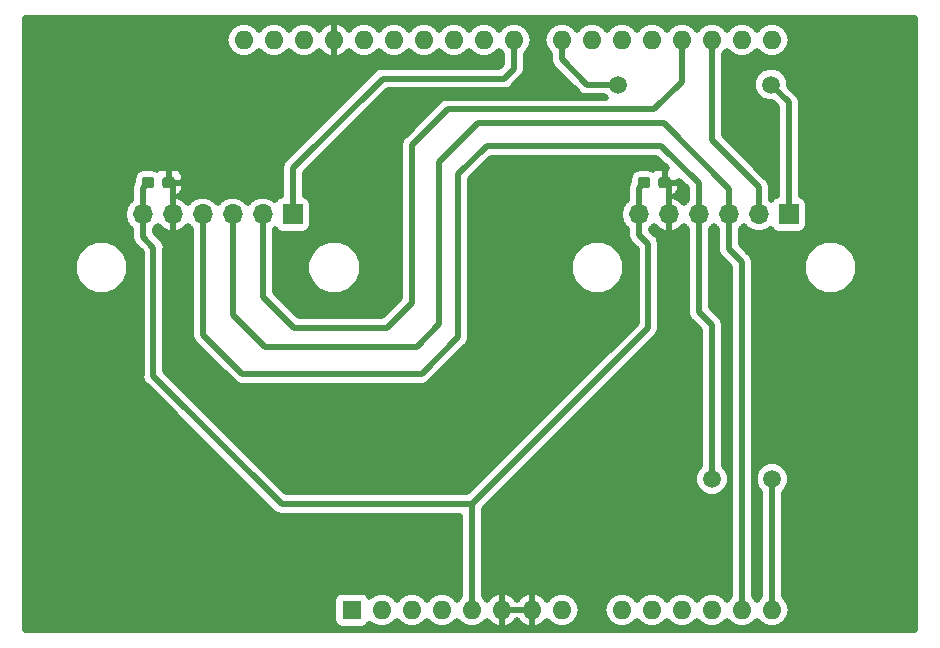
<source format=gbr>
%TF.GenerationSoftware,KiCad,Pcbnew,5.0.1-33cea8e~66~ubuntu18.04.1*%
%TF.CreationDate,2018-11-09T10:44:58+01:00*%
%TF.ProjectId,sensor_board,73656E736F725F626F6172642E6B6963,rev?*%
%TF.SameCoordinates,Original*%
%TF.FileFunction,Copper,L2,Bot,Signal*%
%TF.FilePolarity,Positive*%
%FSLAX46Y46*%
G04 Gerber Fmt 4.6, Leading zero omitted, Abs format (unit mm)*
G04 Created by KiCad (PCBNEW 5.0.1-33cea8e~66~ubuntu18.04.1) date Fri 09 Nov 2018 10:44:58 CET*
%MOMM*%
%LPD*%
G01*
G04 APERTURE LIST*
%ADD10O,1.600000X1.600000*%
%ADD11R,1.600000X1.600000*%
%ADD12R,1.700000X1.700000*%
%ADD13O,1.700000X1.700000*%
%ADD14C,0.100000*%
%ADD15C,0.950000*%
%ADD16C,1.500000*%
%ADD17C,0.500000*%
G04 APERTURE END LIST*
D10*
X130360000Y-68240000D03*
X132900000Y-68240000D03*
D11*
X139500000Y-116500000D03*
D10*
X169980000Y-68240000D03*
X142040000Y-116500000D03*
X167440000Y-68240000D03*
X144580000Y-116500000D03*
X164900000Y-68240000D03*
X147120000Y-116500000D03*
X162360000Y-68240000D03*
X149660000Y-116500000D03*
X159820000Y-68240000D03*
X152200000Y-116500000D03*
X157280000Y-68240000D03*
X154740000Y-116500000D03*
X153220000Y-68240000D03*
X157280000Y-116500000D03*
X150680000Y-68240000D03*
X162360000Y-116500000D03*
X148140000Y-68240000D03*
X164900000Y-116500000D03*
X145600000Y-68240000D03*
X167440000Y-116500000D03*
X143060000Y-68240000D03*
X169980000Y-116500000D03*
X140520000Y-68240000D03*
X172520000Y-116500000D03*
X137980000Y-68240000D03*
X175060000Y-116500000D03*
X135440000Y-68240000D03*
X175060000Y-68240000D03*
X172520000Y-68240000D03*
D12*
X176500000Y-83000000D03*
D13*
X173960000Y-83000000D03*
X171420000Y-83000000D03*
X168880000Y-83000000D03*
X166340000Y-83000000D03*
X163800000Y-83000000D03*
D14*
G36*
X122535779Y-79826144D02*
X122558834Y-79829563D01*
X122581443Y-79835227D01*
X122603387Y-79843079D01*
X122624457Y-79853044D01*
X122644448Y-79865026D01*
X122663168Y-79878910D01*
X122680438Y-79894562D01*
X122696090Y-79911832D01*
X122709974Y-79930552D01*
X122721956Y-79950543D01*
X122731921Y-79971613D01*
X122739773Y-79993557D01*
X122745437Y-80016166D01*
X122748856Y-80039221D01*
X122750000Y-80062500D01*
X122750000Y-80537500D01*
X122748856Y-80560779D01*
X122745437Y-80583834D01*
X122739773Y-80606443D01*
X122731921Y-80628387D01*
X122721956Y-80649457D01*
X122709974Y-80669448D01*
X122696090Y-80688168D01*
X122680438Y-80705438D01*
X122663168Y-80721090D01*
X122644448Y-80734974D01*
X122624457Y-80746956D01*
X122603387Y-80756921D01*
X122581443Y-80764773D01*
X122558834Y-80770437D01*
X122535779Y-80773856D01*
X122512500Y-80775000D01*
X121937500Y-80775000D01*
X121914221Y-80773856D01*
X121891166Y-80770437D01*
X121868557Y-80764773D01*
X121846613Y-80756921D01*
X121825543Y-80746956D01*
X121805552Y-80734974D01*
X121786832Y-80721090D01*
X121769562Y-80705438D01*
X121753910Y-80688168D01*
X121740026Y-80669448D01*
X121728044Y-80649457D01*
X121718079Y-80628387D01*
X121710227Y-80606443D01*
X121704563Y-80583834D01*
X121701144Y-80560779D01*
X121700000Y-80537500D01*
X121700000Y-80062500D01*
X121701144Y-80039221D01*
X121704563Y-80016166D01*
X121710227Y-79993557D01*
X121718079Y-79971613D01*
X121728044Y-79950543D01*
X121740026Y-79930552D01*
X121753910Y-79911832D01*
X121769562Y-79894562D01*
X121786832Y-79878910D01*
X121805552Y-79865026D01*
X121825543Y-79853044D01*
X121846613Y-79843079D01*
X121868557Y-79835227D01*
X121891166Y-79829563D01*
X121914221Y-79826144D01*
X121937500Y-79825000D01*
X122512500Y-79825000D01*
X122535779Y-79826144D01*
X122535779Y-79826144D01*
G37*
D15*
X122225000Y-80300000D03*
D14*
G36*
X124285779Y-79826144D02*
X124308834Y-79829563D01*
X124331443Y-79835227D01*
X124353387Y-79843079D01*
X124374457Y-79853044D01*
X124394448Y-79865026D01*
X124413168Y-79878910D01*
X124430438Y-79894562D01*
X124446090Y-79911832D01*
X124459974Y-79930552D01*
X124471956Y-79950543D01*
X124481921Y-79971613D01*
X124489773Y-79993557D01*
X124495437Y-80016166D01*
X124498856Y-80039221D01*
X124500000Y-80062500D01*
X124500000Y-80537500D01*
X124498856Y-80560779D01*
X124495437Y-80583834D01*
X124489773Y-80606443D01*
X124481921Y-80628387D01*
X124471956Y-80649457D01*
X124459974Y-80669448D01*
X124446090Y-80688168D01*
X124430438Y-80705438D01*
X124413168Y-80721090D01*
X124394448Y-80734974D01*
X124374457Y-80746956D01*
X124353387Y-80756921D01*
X124331443Y-80764773D01*
X124308834Y-80770437D01*
X124285779Y-80773856D01*
X124262500Y-80775000D01*
X123687500Y-80775000D01*
X123664221Y-80773856D01*
X123641166Y-80770437D01*
X123618557Y-80764773D01*
X123596613Y-80756921D01*
X123575543Y-80746956D01*
X123555552Y-80734974D01*
X123536832Y-80721090D01*
X123519562Y-80705438D01*
X123503910Y-80688168D01*
X123490026Y-80669448D01*
X123478044Y-80649457D01*
X123468079Y-80628387D01*
X123460227Y-80606443D01*
X123454563Y-80583834D01*
X123451144Y-80560779D01*
X123450000Y-80537500D01*
X123450000Y-80062500D01*
X123451144Y-80039221D01*
X123454563Y-80016166D01*
X123460227Y-79993557D01*
X123468079Y-79971613D01*
X123478044Y-79950543D01*
X123490026Y-79930552D01*
X123503910Y-79911832D01*
X123519562Y-79894562D01*
X123536832Y-79878910D01*
X123555552Y-79865026D01*
X123575543Y-79853044D01*
X123596613Y-79843079D01*
X123618557Y-79835227D01*
X123641166Y-79829563D01*
X123664221Y-79826144D01*
X123687500Y-79825000D01*
X124262500Y-79825000D01*
X124285779Y-79826144D01*
X124285779Y-79826144D01*
G37*
D15*
X123975000Y-80300000D03*
D14*
G36*
X166285779Y-79826144D02*
X166308834Y-79829563D01*
X166331443Y-79835227D01*
X166353387Y-79843079D01*
X166374457Y-79853044D01*
X166394448Y-79865026D01*
X166413168Y-79878910D01*
X166430438Y-79894562D01*
X166446090Y-79911832D01*
X166459974Y-79930552D01*
X166471956Y-79950543D01*
X166481921Y-79971613D01*
X166489773Y-79993557D01*
X166495437Y-80016166D01*
X166498856Y-80039221D01*
X166500000Y-80062500D01*
X166500000Y-80537500D01*
X166498856Y-80560779D01*
X166495437Y-80583834D01*
X166489773Y-80606443D01*
X166481921Y-80628387D01*
X166471956Y-80649457D01*
X166459974Y-80669448D01*
X166446090Y-80688168D01*
X166430438Y-80705438D01*
X166413168Y-80721090D01*
X166394448Y-80734974D01*
X166374457Y-80746956D01*
X166353387Y-80756921D01*
X166331443Y-80764773D01*
X166308834Y-80770437D01*
X166285779Y-80773856D01*
X166262500Y-80775000D01*
X165687500Y-80775000D01*
X165664221Y-80773856D01*
X165641166Y-80770437D01*
X165618557Y-80764773D01*
X165596613Y-80756921D01*
X165575543Y-80746956D01*
X165555552Y-80734974D01*
X165536832Y-80721090D01*
X165519562Y-80705438D01*
X165503910Y-80688168D01*
X165490026Y-80669448D01*
X165478044Y-80649457D01*
X165468079Y-80628387D01*
X165460227Y-80606443D01*
X165454563Y-80583834D01*
X165451144Y-80560779D01*
X165450000Y-80537500D01*
X165450000Y-80062500D01*
X165451144Y-80039221D01*
X165454563Y-80016166D01*
X165460227Y-79993557D01*
X165468079Y-79971613D01*
X165478044Y-79950543D01*
X165490026Y-79930552D01*
X165503910Y-79911832D01*
X165519562Y-79894562D01*
X165536832Y-79878910D01*
X165555552Y-79865026D01*
X165575543Y-79853044D01*
X165596613Y-79843079D01*
X165618557Y-79835227D01*
X165641166Y-79829563D01*
X165664221Y-79826144D01*
X165687500Y-79825000D01*
X166262500Y-79825000D01*
X166285779Y-79826144D01*
X166285779Y-79826144D01*
G37*
D15*
X165975000Y-80300000D03*
D14*
G36*
X164535779Y-79826144D02*
X164558834Y-79829563D01*
X164581443Y-79835227D01*
X164603387Y-79843079D01*
X164624457Y-79853044D01*
X164644448Y-79865026D01*
X164663168Y-79878910D01*
X164680438Y-79894562D01*
X164696090Y-79911832D01*
X164709974Y-79930552D01*
X164721956Y-79950543D01*
X164731921Y-79971613D01*
X164739773Y-79993557D01*
X164745437Y-80016166D01*
X164748856Y-80039221D01*
X164750000Y-80062500D01*
X164750000Y-80537500D01*
X164748856Y-80560779D01*
X164745437Y-80583834D01*
X164739773Y-80606443D01*
X164731921Y-80628387D01*
X164721956Y-80649457D01*
X164709974Y-80669448D01*
X164696090Y-80688168D01*
X164680438Y-80705438D01*
X164663168Y-80721090D01*
X164644448Y-80734974D01*
X164624457Y-80746956D01*
X164603387Y-80756921D01*
X164581443Y-80764773D01*
X164558834Y-80770437D01*
X164535779Y-80773856D01*
X164512500Y-80775000D01*
X163937500Y-80775000D01*
X163914221Y-80773856D01*
X163891166Y-80770437D01*
X163868557Y-80764773D01*
X163846613Y-80756921D01*
X163825543Y-80746956D01*
X163805552Y-80734974D01*
X163786832Y-80721090D01*
X163769562Y-80705438D01*
X163753910Y-80688168D01*
X163740026Y-80669448D01*
X163728044Y-80649457D01*
X163718079Y-80628387D01*
X163710227Y-80606443D01*
X163704563Y-80583834D01*
X163701144Y-80560779D01*
X163700000Y-80537500D01*
X163700000Y-80062500D01*
X163701144Y-80039221D01*
X163704563Y-80016166D01*
X163710227Y-79993557D01*
X163718079Y-79971613D01*
X163728044Y-79950543D01*
X163740026Y-79930552D01*
X163753910Y-79911832D01*
X163769562Y-79894562D01*
X163786832Y-79878910D01*
X163805552Y-79865026D01*
X163825543Y-79853044D01*
X163846613Y-79843079D01*
X163868557Y-79835227D01*
X163891166Y-79829563D01*
X163914221Y-79826144D01*
X163937500Y-79825000D01*
X164512500Y-79825000D01*
X164535779Y-79826144D01*
X164535779Y-79826144D01*
G37*
D15*
X164225000Y-80300000D03*
D13*
X121800000Y-83000000D03*
X124340000Y-83000000D03*
X126880000Y-83000000D03*
X129420000Y-83000000D03*
X131960000Y-83000000D03*
D12*
X134500000Y-83000000D03*
D16*
X175000000Y-72000000D03*
X162000000Y-72000000D03*
X175100000Y-105400000D03*
X170000000Y-105400000D03*
D17*
X169980000Y-76680000D02*
X169980000Y-68240000D01*
X173960000Y-83000000D02*
X173960000Y-80660000D01*
X173960000Y-80660000D02*
X169980000Y-76680000D01*
X131960000Y-83000000D02*
X131960000Y-89960000D01*
X131960000Y-89960000D02*
X134600000Y-92600000D01*
X134600000Y-92600000D02*
X142500000Y-92600000D01*
X142500000Y-92600000D02*
X144600000Y-90500000D01*
X144600000Y-90500000D02*
X144600000Y-77100000D01*
X144600000Y-77100000D02*
X147600000Y-74100000D01*
X147600000Y-74100000D02*
X165100000Y-74100000D01*
X167440000Y-71760000D02*
X167440000Y-68240000D01*
X165100000Y-74100000D02*
X167440000Y-71760000D01*
X163800000Y-80725000D02*
X164225000Y-80300000D01*
X163800000Y-83000000D02*
X163800000Y-80725000D01*
X121800000Y-80725000D02*
X122225000Y-80300000D01*
X121800000Y-83000000D02*
X121800000Y-80725000D01*
X163800000Y-83000000D02*
X163800000Y-84700000D01*
X164600000Y-85500000D02*
X164600000Y-92600000D01*
X163800000Y-84700000D02*
X164600000Y-85500000D01*
X149660000Y-107540000D02*
X154300000Y-102900000D01*
X154000000Y-103200000D02*
X154300000Y-102900000D01*
X149660000Y-116500000D02*
X149660000Y-107540000D01*
X154300000Y-102900000D02*
X164600000Y-92600000D01*
X121800000Y-83000000D02*
X121800000Y-84900000D01*
X121800000Y-84900000D02*
X122700000Y-85800000D01*
X122700000Y-85800000D02*
X122700000Y-96700000D01*
X133540000Y-107540000D02*
X149660000Y-107540000D01*
X122700000Y-96700000D02*
X133540000Y-107540000D01*
X166340000Y-80665000D02*
X165975000Y-80300000D01*
X166340000Y-83000000D02*
X166340000Y-80665000D01*
X124340000Y-80665000D02*
X123975000Y-80300000D01*
X124340000Y-83000000D02*
X124340000Y-80665000D01*
X154740000Y-108060000D02*
X154740000Y-116500000D01*
X166340000Y-83000000D02*
X166340000Y-96460000D01*
X166340000Y-96460000D02*
X154740000Y-108060000D01*
X152200000Y-110600000D02*
X154740000Y-108060000D01*
X152200000Y-116500000D02*
X152200000Y-110600000D01*
X137980000Y-71220000D02*
X137980000Y-68240000D01*
X123975000Y-80300000D02*
X128900000Y-80300000D01*
X128900000Y-80300000D02*
X137980000Y-71220000D01*
X176500000Y-83000000D02*
X176500000Y-73500000D01*
X176500000Y-73500000D02*
X175000000Y-72000000D01*
X157280000Y-69880000D02*
X157280000Y-68240000D01*
X159400000Y-72000000D02*
X157280000Y-69880000D01*
X159400000Y-72000000D02*
X162000000Y-72000000D01*
X152400000Y-71500000D02*
X153220000Y-70680000D01*
X153220000Y-70680000D02*
X153220000Y-68240000D01*
X142100000Y-71500000D02*
X152400000Y-71500000D01*
X134500000Y-79100000D02*
X142100000Y-71500000D01*
X134500000Y-83000000D02*
X134500000Y-79100000D01*
X172520000Y-116500000D02*
X172520000Y-87020000D01*
X171420000Y-85920000D02*
X171420000Y-83000000D01*
X172520000Y-87020000D02*
X171420000Y-85920000D01*
X129420000Y-91520000D02*
X129420000Y-83000000D01*
X132100000Y-94200000D02*
X129420000Y-91520000D01*
X145000000Y-94200000D02*
X132100000Y-94200000D01*
X171420000Y-83000000D02*
X171420000Y-80820000D01*
X171420000Y-80820000D02*
X165900000Y-75300000D01*
X165900000Y-75300000D02*
X150200000Y-75300000D01*
X150200000Y-75300000D02*
X146900000Y-78600000D01*
X146900000Y-78600000D02*
X146900000Y-92300000D01*
X146900000Y-92300000D02*
X145000000Y-94200000D01*
X175060000Y-116500000D02*
X175060000Y-105440000D01*
X175060000Y-105440000D02*
X175100000Y-105400000D01*
X168880000Y-91280000D02*
X168880000Y-83000000D01*
X170000000Y-92400000D02*
X168880000Y-91280000D01*
X170000000Y-105400000D02*
X170000000Y-94400000D01*
X170000000Y-94400000D02*
X170000000Y-92400000D01*
X168880000Y-80380000D02*
X168880000Y-83000000D01*
X165700000Y-77200000D02*
X168880000Y-80380000D01*
X150900000Y-77200000D02*
X165700000Y-77200000D01*
X126880000Y-93180000D02*
X130200000Y-96500000D01*
X148500000Y-79600000D02*
X150900000Y-77200000D01*
X130200000Y-96500000D02*
X145400000Y-96500000D01*
X148500000Y-93400000D02*
X148500000Y-79600000D01*
X126880000Y-83000000D02*
X126880000Y-93180000D01*
X145400000Y-96500000D02*
X148500000Y-93400000D01*
G36*
X187150000Y-118150000D02*
X111850000Y-118150000D01*
X111850000Y-87032556D01*
X115950000Y-87032556D01*
X115950000Y-87967444D01*
X116307766Y-88831168D01*
X116968832Y-89492234D01*
X117832556Y-89850000D01*
X118767444Y-89850000D01*
X119631168Y-89492234D01*
X120292234Y-88831168D01*
X120650000Y-87967444D01*
X120650000Y-87032556D01*
X120292234Y-86168832D01*
X119631168Y-85507766D01*
X118767444Y-85150000D01*
X117832556Y-85150000D01*
X116968832Y-85507766D01*
X116307766Y-86168832D01*
X115950000Y-87032556D01*
X111850000Y-87032556D01*
X111850000Y-83000000D01*
X120168655Y-83000000D01*
X120292834Y-83624289D01*
X120646465Y-84153535D01*
X120800001Y-84256124D01*
X120800001Y-84801505D01*
X120780409Y-84900000D01*
X120858021Y-85290180D01*
X120858022Y-85290181D01*
X121079041Y-85620960D01*
X121162540Y-85676752D01*
X121700000Y-86214213D01*
X121700001Y-96601505D01*
X121680409Y-96700000D01*
X121758021Y-97090180D01*
X121758022Y-97090181D01*
X121979041Y-97420960D01*
X122062540Y-97476752D01*
X132763248Y-108177461D01*
X132819040Y-108260960D01*
X133149819Y-108481979D01*
X133539999Y-108559591D01*
X133638489Y-108540000D01*
X148660001Y-108540000D01*
X148660000Y-115304009D01*
X148542512Y-115382512D01*
X148390000Y-115610763D01*
X148237488Y-115382512D01*
X147724780Y-115039932D01*
X147272660Y-114950000D01*
X146967340Y-114950000D01*
X146515220Y-115039932D01*
X146002512Y-115382512D01*
X145850000Y-115610763D01*
X145697488Y-115382512D01*
X145184780Y-115039932D01*
X144732660Y-114950000D01*
X144427340Y-114950000D01*
X143975220Y-115039932D01*
X143462512Y-115382512D01*
X143310000Y-115610763D01*
X143157488Y-115382512D01*
X142644780Y-115039932D01*
X142192660Y-114950000D01*
X141887340Y-114950000D01*
X141435220Y-115039932D01*
X140969085Y-115351393D01*
X140840720Y-115159280D01*
X140592635Y-114993516D01*
X140300000Y-114935307D01*
X138700000Y-114935307D01*
X138407365Y-114993516D01*
X138159280Y-115159280D01*
X137993516Y-115407365D01*
X137935307Y-115700000D01*
X137935307Y-117300000D01*
X137993516Y-117592635D01*
X138159280Y-117840720D01*
X138407365Y-118006484D01*
X138700000Y-118064693D01*
X140300000Y-118064693D01*
X140592635Y-118006484D01*
X140840720Y-117840720D01*
X140969085Y-117648607D01*
X141435220Y-117960068D01*
X141887340Y-118050000D01*
X142192660Y-118050000D01*
X142644780Y-117960068D01*
X143157488Y-117617488D01*
X143310000Y-117389237D01*
X143462512Y-117617488D01*
X143975220Y-117960068D01*
X144427340Y-118050000D01*
X144732660Y-118050000D01*
X145184780Y-117960068D01*
X145697488Y-117617488D01*
X145850000Y-117389237D01*
X146002512Y-117617488D01*
X146515220Y-117960068D01*
X146967340Y-118050000D01*
X147272660Y-118050000D01*
X147724780Y-117960068D01*
X148237488Y-117617488D01*
X148390000Y-117389237D01*
X148542512Y-117617488D01*
X149055220Y-117960068D01*
X149507340Y-118050000D01*
X149812660Y-118050000D01*
X150264780Y-117960068D01*
X150777488Y-117617488D01*
X150934339Y-117382743D01*
X151287470Y-117762796D01*
X151840183Y-118015881D01*
X151952325Y-118038188D01*
X152196000Y-117868494D01*
X152196000Y-116504000D01*
X152204000Y-116504000D01*
X152204000Y-117868494D01*
X152447675Y-118038188D01*
X152559817Y-118015881D01*
X153112530Y-117762796D01*
X153470000Y-117378074D01*
X153827470Y-117762796D01*
X154380183Y-118015881D01*
X154492325Y-118038188D01*
X154736000Y-117868494D01*
X154736000Y-116504000D01*
X152204000Y-116504000D01*
X152196000Y-116504000D01*
X152176000Y-116504000D01*
X152176000Y-116496000D01*
X152196000Y-116496000D01*
X152196000Y-115131506D01*
X152204000Y-115131506D01*
X152204000Y-116496000D01*
X154736000Y-116496000D01*
X154736000Y-115131506D01*
X154744000Y-115131506D01*
X154744000Y-116496000D01*
X154764000Y-116496000D01*
X154764000Y-116504000D01*
X154744000Y-116504000D01*
X154744000Y-117868494D01*
X154987675Y-118038188D01*
X155099817Y-118015881D01*
X155652530Y-117762796D01*
X156005661Y-117382743D01*
X156162512Y-117617488D01*
X156675220Y-117960068D01*
X157127340Y-118050000D01*
X157432660Y-118050000D01*
X157884780Y-117960068D01*
X158397488Y-117617488D01*
X158740068Y-117104780D01*
X158860366Y-116500000D01*
X158740068Y-115895220D01*
X158397488Y-115382512D01*
X157884780Y-115039932D01*
X157432660Y-114950000D01*
X157127340Y-114950000D01*
X156675220Y-115039932D01*
X156162512Y-115382512D01*
X156005661Y-115617257D01*
X155652530Y-115237204D01*
X155099817Y-114984119D01*
X154987675Y-114961812D01*
X154744000Y-115131506D01*
X154736000Y-115131506D01*
X154492325Y-114961812D01*
X154380183Y-114984119D01*
X153827470Y-115237204D01*
X153470000Y-115621926D01*
X153112530Y-115237204D01*
X152559817Y-114984119D01*
X152447675Y-114961812D01*
X152204000Y-115131506D01*
X152196000Y-115131506D01*
X151952325Y-114961812D01*
X151840183Y-114984119D01*
X151287470Y-115237204D01*
X150934339Y-115617257D01*
X150777488Y-115382512D01*
X150660000Y-115304009D01*
X150660000Y-107954212D01*
X155076749Y-103537464D01*
X155076751Y-103537461D01*
X165237461Y-93376752D01*
X165320960Y-93320960D01*
X165541979Y-92990181D01*
X165600000Y-92698490D01*
X165619591Y-92600000D01*
X165600000Y-92501510D01*
X165600000Y-85598490D01*
X165619591Y-85500000D01*
X165541979Y-85109819D01*
X165467591Y-84998490D01*
X165320960Y-84779040D01*
X165237461Y-84723248D01*
X164800000Y-84285788D01*
X164800000Y-84256124D01*
X164953535Y-84153535D01*
X165081323Y-83962286D01*
X165398081Y-84303247D01*
X165968511Y-84564500D01*
X166084503Y-84587572D01*
X166336000Y-84418494D01*
X166336000Y-83004000D01*
X166316000Y-83004000D01*
X166316000Y-82996000D01*
X166336000Y-82996000D01*
X166336000Y-82976000D01*
X166344000Y-82976000D01*
X166344000Y-82996000D01*
X166364000Y-82996000D01*
X166364000Y-83004000D01*
X166344000Y-83004000D01*
X166344000Y-84418494D01*
X166595497Y-84587572D01*
X166711489Y-84564500D01*
X167281919Y-84303247D01*
X167598677Y-83962286D01*
X167726465Y-84153535D01*
X167880001Y-84256124D01*
X167880000Y-91181510D01*
X167860409Y-91280000D01*
X167880000Y-91378489D01*
X167938021Y-91670180D01*
X168159040Y-92000960D01*
X168242542Y-92056754D01*
X169000001Y-92814213D01*
X169000000Y-94498489D01*
X169000001Y-94498494D01*
X169000000Y-104278679D01*
X168728361Y-104550318D01*
X168500000Y-105101631D01*
X168500000Y-105698369D01*
X168728361Y-106249682D01*
X169150318Y-106671639D01*
X169701631Y-106900000D01*
X170298369Y-106900000D01*
X170849682Y-106671639D01*
X171271639Y-106249682D01*
X171500000Y-105698369D01*
X171500000Y-105101631D01*
X171271639Y-104550318D01*
X171000000Y-104278679D01*
X171000000Y-92498489D01*
X171019591Y-92399999D01*
X170941979Y-92009819D01*
X170910386Y-91962537D01*
X170720960Y-91679040D01*
X170637460Y-91623247D01*
X169880000Y-90865788D01*
X169880000Y-84256124D01*
X170033535Y-84153535D01*
X170150000Y-83979233D01*
X170266465Y-84153535D01*
X170420001Y-84256124D01*
X170420000Y-85821510D01*
X170400409Y-85920000D01*
X170449905Y-86168832D01*
X170478021Y-86310180D01*
X170699040Y-86640960D01*
X170782542Y-86696754D01*
X171520001Y-87434214D01*
X171520000Y-115304009D01*
X171402512Y-115382512D01*
X171250000Y-115610763D01*
X171097488Y-115382512D01*
X170584780Y-115039932D01*
X170132660Y-114950000D01*
X169827340Y-114950000D01*
X169375220Y-115039932D01*
X168862512Y-115382512D01*
X168710000Y-115610763D01*
X168557488Y-115382512D01*
X168044780Y-115039932D01*
X167592660Y-114950000D01*
X167287340Y-114950000D01*
X166835220Y-115039932D01*
X166322512Y-115382512D01*
X166170000Y-115610763D01*
X166017488Y-115382512D01*
X165504780Y-115039932D01*
X165052660Y-114950000D01*
X164747340Y-114950000D01*
X164295220Y-115039932D01*
X163782512Y-115382512D01*
X163630000Y-115610763D01*
X163477488Y-115382512D01*
X162964780Y-115039932D01*
X162512660Y-114950000D01*
X162207340Y-114950000D01*
X161755220Y-115039932D01*
X161242512Y-115382512D01*
X160899932Y-115895220D01*
X160779634Y-116500000D01*
X160899932Y-117104780D01*
X161242512Y-117617488D01*
X161755220Y-117960068D01*
X162207340Y-118050000D01*
X162512660Y-118050000D01*
X162964780Y-117960068D01*
X163477488Y-117617488D01*
X163630000Y-117389237D01*
X163782512Y-117617488D01*
X164295220Y-117960068D01*
X164747340Y-118050000D01*
X165052660Y-118050000D01*
X165504780Y-117960068D01*
X166017488Y-117617488D01*
X166170000Y-117389237D01*
X166322512Y-117617488D01*
X166835220Y-117960068D01*
X167287340Y-118050000D01*
X167592660Y-118050000D01*
X168044780Y-117960068D01*
X168557488Y-117617488D01*
X168710000Y-117389237D01*
X168862512Y-117617488D01*
X169375220Y-117960068D01*
X169827340Y-118050000D01*
X170132660Y-118050000D01*
X170584780Y-117960068D01*
X171097488Y-117617488D01*
X171250000Y-117389237D01*
X171402512Y-117617488D01*
X171915220Y-117960068D01*
X172367340Y-118050000D01*
X172672660Y-118050000D01*
X173124780Y-117960068D01*
X173637488Y-117617488D01*
X173790000Y-117389237D01*
X173942512Y-117617488D01*
X174455220Y-117960068D01*
X174907340Y-118050000D01*
X175212660Y-118050000D01*
X175664780Y-117960068D01*
X176177488Y-117617488D01*
X176520068Y-117104780D01*
X176640366Y-116500000D01*
X176520068Y-115895220D01*
X176177488Y-115382512D01*
X176060000Y-115304009D01*
X176060000Y-106561321D01*
X176371639Y-106249682D01*
X176600000Y-105698369D01*
X176600000Y-105101631D01*
X176371639Y-104550318D01*
X175949682Y-104128361D01*
X175398369Y-103900000D01*
X174801631Y-103900000D01*
X174250318Y-104128361D01*
X173828361Y-104550318D01*
X173600000Y-105101631D01*
X173600000Y-105698369D01*
X173828361Y-106249682D01*
X174060001Y-106481322D01*
X174060000Y-115304009D01*
X173942512Y-115382512D01*
X173790000Y-115610763D01*
X173637488Y-115382512D01*
X173520000Y-115304009D01*
X173520000Y-87118490D01*
X173537093Y-87032556D01*
X177650000Y-87032556D01*
X177650000Y-87967444D01*
X178007766Y-88831168D01*
X178668832Y-89492234D01*
X179532556Y-89850000D01*
X180467444Y-89850000D01*
X181331168Y-89492234D01*
X181992234Y-88831168D01*
X182350000Y-87967444D01*
X182350000Y-87032556D01*
X181992234Y-86168832D01*
X181331168Y-85507766D01*
X180467444Y-85150000D01*
X179532556Y-85150000D01*
X178668832Y-85507766D01*
X178007766Y-86168832D01*
X177650000Y-87032556D01*
X173537093Y-87032556D01*
X173539591Y-87020000D01*
X173461979Y-86629819D01*
X173388327Y-86519591D01*
X173240960Y-86299040D01*
X173157460Y-86243247D01*
X172420000Y-85505788D01*
X172420000Y-84256124D01*
X172573535Y-84153535D01*
X172690000Y-83979233D01*
X172806465Y-84153535D01*
X173335711Y-84507166D01*
X173802418Y-84600000D01*
X174117582Y-84600000D01*
X174584289Y-84507166D01*
X175001029Y-84228709D01*
X175109280Y-84390720D01*
X175357365Y-84556484D01*
X175650000Y-84614693D01*
X177350000Y-84614693D01*
X177642635Y-84556484D01*
X177890720Y-84390720D01*
X178056484Y-84142635D01*
X178114693Y-83850000D01*
X178114693Y-82150000D01*
X178056484Y-81857365D01*
X177890720Y-81609280D01*
X177642635Y-81443516D01*
X177500000Y-81415144D01*
X177500000Y-73598489D01*
X177519591Y-73499999D01*
X177441979Y-73109819D01*
X177276749Y-72862535D01*
X177220960Y-72779040D01*
X177137463Y-72723249D01*
X176500000Y-72085787D01*
X176500000Y-71701631D01*
X176271639Y-71150318D01*
X175849682Y-70728361D01*
X175298369Y-70500000D01*
X174701631Y-70500000D01*
X174150318Y-70728361D01*
X173728361Y-71150318D01*
X173500000Y-71701631D01*
X173500000Y-72298369D01*
X173728361Y-72849682D01*
X174150318Y-73271639D01*
X174701631Y-73500000D01*
X175085787Y-73500000D01*
X175500001Y-73914215D01*
X175500000Y-81415144D01*
X175357365Y-81443516D01*
X175109280Y-81609280D01*
X175001029Y-81771291D01*
X174960000Y-81743876D01*
X174960000Y-80758490D01*
X174979591Y-80660000D01*
X174901979Y-80269819D01*
X174843658Y-80182536D01*
X174680960Y-79939040D01*
X174597461Y-79883248D01*
X170980000Y-76265788D01*
X170980000Y-69435991D01*
X171097488Y-69357488D01*
X171250000Y-69129237D01*
X171402512Y-69357488D01*
X171915220Y-69700068D01*
X172367340Y-69790000D01*
X172672660Y-69790000D01*
X173124780Y-69700068D01*
X173637488Y-69357488D01*
X173790000Y-69129237D01*
X173942512Y-69357488D01*
X174455220Y-69700068D01*
X174907340Y-69790000D01*
X175212660Y-69790000D01*
X175664780Y-69700068D01*
X176177488Y-69357488D01*
X176520068Y-68844780D01*
X176640366Y-68240000D01*
X176520068Y-67635220D01*
X176177488Y-67122512D01*
X175664780Y-66779932D01*
X175212660Y-66690000D01*
X174907340Y-66690000D01*
X174455220Y-66779932D01*
X173942512Y-67122512D01*
X173790000Y-67350763D01*
X173637488Y-67122512D01*
X173124780Y-66779932D01*
X172672660Y-66690000D01*
X172367340Y-66690000D01*
X171915220Y-66779932D01*
X171402512Y-67122512D01*
X171250000Y-67350763D01*
X171097488Y-67122512D01*
X170584780Y-66779932D01*
X170132660Y-66690000D01*
X169827340Y-66690000D01*
X169375220Y-66779932D01*
X168862512Y-67122512D01*
X168710000Y-67350763D01*
X168557488Y-67122512D01*
X168044780Y-66779932D01*
X167592660Y-66690000D01*
X167287340Y-66690000D01*
X166835220Y-66779932D01*
X166322512Y-67122512D01*
X166170000Y-67350763D01*
X166017488Y-67122512D01*
X165504780Y-66779932D01*
X165052660Y-66690000D01*
X164747340Y-66690000D01*
X164295220Y-66779932D01*
X163782512Y-67122512D01*
X163630000Y-67350763D01*
X163477488Y-67122512D01*
X162964780Y-66779932D01*
X162512660Y-66690000D01*
X162207340Y-66690000D01*
X161755220Y-66779932D01*
X161242512Y-67122512D01*
X161090000Y-67350763D01*
X160937488Y-67122512D01*
X160424780Y-66779932D01*
X159972660Y-66690000D01*
X159667340Y-66690000D01*
X159215220Y-66779932D01*
X158702512Y-67122512D01*
X158550000Y-67350763D01*
X158397488Y-67122512D01*
X157884780Y-66779932D01*
X157432660Y-66690000D01*
X157127340Y-66690000D01*
X156675220Y-66779932D01*
X156162512Y-67122512D01*
X155819932Y-67635220D01*
X155699634Y-68240000D01*
X155819932Y-68844780D01*
X156162512Y-69357488D01*
X156280000Y-69435991D01*
X156280000Y-69781509D01*
X156260409Y-69880000D01*
X156280000Y-69978489D01*
X156338021Y-70270180D01*
X156559040Y-70600960D01*
X156642542Y-70656754D01*
X158623247Y-72637460D01*
X158679040Y-72720960D01*
X159009819Y-72941979D01*
X159301510Y-73000000D01*
X159400000Y-73019591D01*
X159498490Y-73000000D01*
X160878679Y-73000000D01*
X160978679Y-73100000D01*
X147698490Y-73100000D01*
X147600000Y-73080409D01*
X147501510Y-73100000D01*
X147209819Y-73158021D01*
X146879040Y-73379040D01*
X146823248Y-73462540D01*
X143962540Y-76323248D01*
X143879041Y-76379040D01*
X143812223Y-76479041D01*
X143658021Y-76709820D01*
X143580409Y-77100000D01*
X143600001Y-77198495D01*
X143600000Y-90085786D01*
X142085788Y-91600000D01*
X135014213Y-91600000D01*
X132960000Y-89545788D01*
X132960000Y-87032556D01*
X135650000Y-87032556D01*
X135650000Y-87967444D01*
X136007766Y-88831168D01*
X136668832Y-89492234D01*
X137532556Y-89850000D01*
X138467444Y-89850000D01*
X139331168Y-89492234D01*
X139992234Y-88831168D01*
X140350000Y-87967444D01*
X140350000Y-87032556D01*
X139992234Y-86168832D01*
X139331168Y-85507766D01*
X138467444Y-85150000D01*
X137532556Y-85150000D01*
X136668832Y-85507766D01*
X136007766Y-86168832D01*
X135650000Y-87032556D01*
X132960000Y-87032556D01*
X132960000Y-84256124D01*
X133001029Y-84228709D01*
X133109280Y-84390720D01*
X133357365Y-84556484D01*
X133650000Y-84614693D01*
X135350000Y-84614693D01*
X135642635Y-84556484D01*
X135890720Y-84390720D01*
X136056484Y-84142635D01*
X136114693Y-83850000D01*
X136114693Y-82150000D01*
X136056484Y-81857365D01*
X135890720Y-81609280D01*
X135642635Y-81443516D01*
X135500000Y-81415144D01*
X135500000Y-79514212D01*
X142514213Y-72500000D01*
X152301510Y-72500000D01*
X152400000Y-72519591D01*
X152498490Y-72500000D01*
X152790181Y-72441979D01*
X153120960Y-72220960D01*
X153176754Y-72137458D01*
X153857461Y-71456752D01*
X153940960Y-71400960D01*
X154161979Y-71070181D01*
X154175939Y-71000000D01*
X154239591Y-70680001D01*
X154220000Y-70581511D01*
X154220000Y-69435991D01*
X154337488Y-69357488D01*
X154680068Y-68844780D01*
X154800366Y-68240000D01*
X154680068Y-67635220D01*
X154337488Y-67122512D01*
X153824780Y-66779932D01*
X153372660Y-66690000D01*
X153067340Y-66690000D01*
X152615220Y-66779932D01*
X152102512Y-67122512D01*
X151950000Y-67350763D01*
X151797488Y-67122512D01*
X151284780Y-66779932D01*
X150832660Y-66690000D01*
X150527340Y-66690000D01*
X150075220Y-66779932D01*
X149562512Y-67122512D01*
X149410000Y-67350763D01*
X149257488Y-67122512D01*
X148744780Y-66779932D01*
X148292660Y-66690000D01*
X147987340Y-66690000D01*
X147535220Y-66779932D01*
X147022512Y-67122512D01*
X146870000Y-67350763D01*
X146717488Y-67122512D01*
X146204780Y-66779932D01*
X145752660Y-66690000D01*
X145447340Y-66690000D01*
X144995220Y-66779932D01*
X144482512Y-67122512D01*
X144330000Y-67350763D01*
X144177488Y-67122512D01*
X143664780Y-66779932D01*
X143212660Y-66690000D01*
X142907340Y-66690000D01*
X142455220Y-66779932D01*
X141942512Y-67122512D01*
X141790000Y-67350763D01*
X141637488Y-67122512D01*
X141124780Y-66779932D01*
X140672660Y-66690000D01*
X140367340Y-66690000D01*
X139915220Y-66779932D01*
X139402512Y-67122512D01*
X139245661Y-67357257D01*
X138892530Y-66977204D01*
X138339817Y-66724119D01*
X138227675Y-66701812D01*
X137984000Y-66871506D01*
X137984000Y-68236000D01*
X138004000Y-68236000D01*
X138004000Y-68244000D01*
X137984000Y-68244000D01*
X137984000Y-69608494D01*
X138227675Y-69778188D01*
X138339817Y-69755881D01*
X138892530Y-69502796D01*
X139245661Y-69122743D01*
X139402512Y-69357488D01*
X139915220Y-69700068D01*
X140367340Y-69790000D01*
X140672660Y-69790000D01*
X141124780Y-69700068D01*
X141637488Y-69357488D01*
X141790000Y-69129237D01*
X141942512Y-69357488D01*
X142455220Y-69700068D01*
X142907340Y-69790000D01*
X143212660Y-69790000D01*
X143664780Y-69700068D01*
X144177488Y-69357488D01*
X144330000Y-69129237D01*
X144482512Y-69357488D01*
X144995220Y-69700068D01*
X145447340Y-69790000D01*
X145752660Y-69790000D01*
X146204780Y-69700068D01*
X146717488Y-69357488D01*
X146870000Y-69129237D01*
X147022512Y-69357488D01*
X147535220Y-69700068D01*
X147987340Y-69790000D01*
X148292660Y-69790000D01*
X148744780Y-69700068D01*
X149257488Y-69357488D01*
X149410000Y-69129237D01*
X149562512Y-69357488D01*
X150075220Y-69700068D01*
X150527340Y-69790000D01*
X150832660Y-69790000D01*
X151284780Y-69700068D01*
X151797488Y-69357488D01*
X151950000Y-69129237D01*
X152102512Y-69357488D01*
X152220001Y-69435991D01*
X152220000Y-70265787D01*
X151985788Y-70500000D01*
X142198489Y-70500000D01*
X142099999Y-70480409D01*
X141709819Y-70558021D01*
X141379040Y-70779040D01*
X141323248Y-70862539D01*
X133862540Y-78323248D01*
X133779041Y-78379040D01*
X133697209Y-78501511D01*
X133558021Y-78709820D01*
X133480409Y-79100000D01*
X133500001Y-79198495D01*
X133500000Y-81415144D01*
X133357365Y-81443516D01*
X133109280Y-81609280D01*
X133001029Y-81771291D01*
X132584289Y-81492834D01*
X132117582Y-81400000D01*
X131802418Y-81400000D01*
X131335711Y-81492834D01*
X130806465Y-81846465D01*
X130690000Y-82020767D01*
X130573535Y-81846465D01*
X130044289Y-81492834D01*
X129577582Y-81400000D01*
X129262418Y-81400000D01*
X128795711Y-81492834D01*
X128266465Y-81846465D01*
X128150000Y-82020767D01*
X128033535Y-81846465D01*
X127504289Y-81492834D01*
X127037582Y-81400000D01*
X126722418Y-81400000D01*
X126255711Y-81492834D01*
X125726465Y-81846465D01*
X125598677Y-82037714D01*
X125281919Y-81696753D01*
X124794441Y-81473492D01*
X124929373Y-81417601D01*
X125142602Y-81204372D01*
X125258000Y-80925775D01*
X125258000Y-80493500D01*
X125068500Y-80304000D01*
X123979000Y-80304000D01*
X123979000Y-80324000D01*
X123971000Y-80324000D01*
X123971000Y-80304000D01*
X123951000Y-80304000D01*
X123951000Y-80296000D01*
X123971000Y-80296000D01*
X123971000Y-79256500D01*
X123979000Y-79256500D01*
X123979000Y-80296000D01*
X125068500Y-80296000D01*
X125258000Y-80106500D01*
X125258000Y-79674225D01*
X125142602Y-79395628D01*
X124929373Y-79182399D01*
X124650776Y-79067000D01*
X124168500Y-79067000D01*
X123979000Y-79256500D01*
X123971000Y-79256500D01*
X123781500Y-79067000D01*
X123299224Y-79067000D01*
X123020627Y-79182399D01*
X122998175Y-79204851D01*
X122896023Y-79136594D01*
X122512500Y-79060307D01*
X121937500Y-79060307D01*
X121553977Y-79136594D01*
X121228843Y-79353843D01*
X121011594Y-79678977D01*
X120935307Y-80062500D01*
X120935307Y-80219154D01*
X120858021Y-80334820D01*
X120780409Y-80725000D01*
X120800001Y-80823495D01*
X120800001Y-81743876D01*
X120646465Y-81846465D01*
X120292834Y-82375711D01*
X120168655Y-83000000D01*
X111850000Y-83000000D01*
X111850000Y-68240000D01*
X128779634Y-68240000D01*
X128899932Y-68844780D01*
X129242512Y-69357488D01*
X129755220Y-69700068D01*
X130207340Y-69790000D01*
X130512660Y-69790000D01*
X130964780Y-69700068D01*
X131477488Y-69357488D01*
X131630000Y-69129237D01*
X131782512Y-69357488D01*
X132295220Y-69700068D01*
X132747340Y-69790000D01*
X133052660Y-69790000D01*
X133504780Y-69700068D01*
X134017488Y-69357488D01*
X134170000Y-69129237D01*
X134322512Y-69357488D01*
X134835220Y-69700068D01*
X135287340Y-69790000D01*
X135592660Y-69790000D01*
X136044780Y-69700068D01*
X136557488Y-69357488D01*
X136714339Y-69122743D01*
X137067470Y-69502796D01*
X137620183Y-69755881D01*
X137732325Y-69778188D01*
X137976000Y-69608494D01*
X137976000Y-68244000D01*
X137956000Y-68244000D01*
X137956000Y-68236000D01*
X137976000Y-68236000D01*
X137976000Y-66871506D01*
X137732325Y-66701812D01*
X137620183Y-66724119D01*
X137067470Y-66977204D01*
X136714339Y-67357257D01*
X136557488Y-67122512D01*
X136044780Y-66779932D01*
X135592660Y-66690000D01*
X135287340Y-66690000D01*
X134835220Y-66779932D01*
X134322512Y-67122512D01*
X134170000Y-67350763D01*
X134017488Y-67122512D01*
X133504780Y-66779932D01*
X133052660Y-66690000D01*
X132747340Y-66690000D01*
X132295220Y-66779932D01*
X131782512Y-67122512D01*
X131630000Y-67350763D01*
X131477488Y-67122512D01*
X130964780Y-66779932D01*
X130512660Y-66690000D01*
X130207340Y-66690000D01*
X129755220Y-66779932D01*
X129242512Y-67122512D01*
X128899932Y-67635220D01*
X128779634Y-68240000D01*
X111850000Y-68240000D01*
X111850000Y-66350000D01*
X187150001Y-66350000D01*
X187150000Y-118150000D01*
X187150000Y-118150000D01*
G37*
X187150000Y-118150000D02*
X111850000Y-118150000D01*
X111850000Y-87032556D01*
X115950000Y-87032556D01*
X115950000Y-87967444D01*
X116307766Y-88831168D01*
X116968832Y-89492234D01*
X117832556Y-89850000D01*
X118767444Y-89850000D01*
X119631168Y-89492234D01*
X120292234Y-88831168D01*
X120650000Y-87967444D01*
X120650000Y-87032556D01*
X120292234Y-86168832D01*
X119631168Y-85507766D01*
X118767444Y-85150000D01*
X117832556Y-85150000D01*
X116968832Y-85507766D01*
X116307766Y-86168832D01*
X115950000Y-87032556D01*
X111850000Y-87032556D01*
X111850000Y-83000000D01*
X120168655Y-83000000D01*
X120292834Y-83624289D01*
X120646465Y-84153535D01*
X120800001Y-84256124D01*
X120800001Y-84801505D01*
X120780409Y-84900000D01*
X120858021Y-85290180D01*
X120858022Y-85290181D01*
X121079041Y-85620960D01*
X121162540Y-85676752D01*
X121700000Y-86214213D01*
X121700001Y-96601505D01*
X121680409Y-96700000D01*
X121758021Y-97090180D01*
X121758022Y-97090181D01*
X121979041Y-97420960D01*
X122062540Y-97476752D01*
X132763248Y-108177461D01*
X132819040Y-108260960D01*
X133149819Y-108481979D01*
X133539999Y-108559591D01*
X133638489Y-108540000D01*
X148660001Y-108540000D01*
X148660000Y-115304009D01*
X148542512Y-115382512D01*
X148390000Y-115610763D01*
X148237488Y-115382512D01*
X147724780Y-115039932D01*
X147272660Y-114950000D01*
X146967340Y-114950000D01*
X146515220Y-115039932D01*
X146002512Y-115382512D01*
X145850000Y-115610763D01*
X145697488Y-115382512D01*
X145184780Y-115039932D01*
X144732660Y-114950000D01*
X144427340Y-114950000D01*
X143975220Y-115039932D01*
X143462512Y-115382512D01*
X143310000Y-115610763D01*
X143157488Y-115382512D01*
X142644780Y-115039932D01*
X142192660Y-114950000D01*
X141887340Y-114950000D01*
X141435220Y-115039932D01*
X140969085Y-115351393D01*
X140840720Y-115159280D01*
X140592635Y-114993516D01*
X140300000Y-114935307D01*
X138700000Y-114935307D01*
X138407365Y-114993516D01*
X138159280Y-115159280D01*
X137993516Y-115407365D01*
X137935307Y-115700000D01*
X137935307Y-117300000D01*
X137993516Y-117592635D01*
X138159280Y-117840720D01*
X138407365Y-118006484D01*
X138700000Y-118064693D01*
X140300000Y-118064693D01*
X140592635Y-118006484D01*
X140840720Y-117840720D01*
X140969085Y-117648607D01*
X141435220Y-117960068D01*
X141887340Y-118050000D01*
X142192660Y-118050000D01*
X142644780Y-117960068D01*
X143157488Y-117617488D01*
X143310000Y-117389237D01*
X143462512Y-117617488D01*
X143975220Y-117960068D01*
X144427340Y-118050000D01*
X144732660Y-118050000D01*
X145184780Y-117960068D01*
X145697488Y-117617488D01*
X145850000Y-117389237D01*
X146002512Y-117617488D01*
X146515220Y-117960068D01*
X146967340Y-118050000D01*
X147272660Y-118050000D01*
X147724780Y-117960068D01*
X148237488Y-117617488D01*
X148390000Y-117389237D01*
X148542512Y-117617488D01*
X149055220Y-117960068D01*
X149507340Y-118050000D01*
X149812660Y-118050000D01*
X150264780Y-117960068D01*
X150777488Y-117617488D01*
X150934339Y-117382743D01*
X151287470Y-117762796D01*
X151840183Y-118015881D01*
X151952325Y-118038188D01*
X152196000Y-117868494D01*
X152196000Y-116504000D01*
X152204000Y-116504000D01*
X152204000Y-117868494D01*
X152447675Y-118038188D01*
X152559817Y-118015881D01*
X153112530Y-117762796D01*
X153470000Y-117378074D01*
X153827470Y-117762796D01*
X154380183Y-118015881D01*
X154492325Y-118038188D01*
X154736000Y-117868494D01*
X154736000Y-116504000D01*
X152204000Y-116504000D01*
X152196000Y-116504000D01*
X152176000Y-116504000D01*
X152176000Y-116496000D01*
X152196000Y-116496000D01*
X152196000Y-115131506D01*
X152204000Y-115131506D01*
X152204000Y-116496000D01*
X154736000Y-116496000D01*
X154736000Y-115131506D01*
X154744000Y-115131506D01*
X154744000Y-116496000D01*
X154764000Y-116496000D01*
X154764000Y-116504000D01*
X154744000Y-116504000D01*
X154744000Y-117868494D01*
X154987675Y-118038188D01*
X155099817Y-118015881D01*
X155652530Y-117762796D01*
X156005661Y-117382743D01*
X156162512Y-117617488D01*
X156675220Y-117960068D01*
X157127340Y-118050000D01*
X157432660Y-118050000D01*
X157884780Y-117960068D01*
X158397488Y-117617488D01*
X158740068Y-117104780D01*
X158860366Y-116500000D01*
X158740068Y-115895220D01*
X158397488Y-115382512D01*
X157884780Y-115039932D01*
X157432660Y-114950000D01*
X157127340Y-114950000D01*
X156675220Y-115039932D01*
X156162512Y-115382512D01*
X156005661Y-115617257D01*
X155652530Y-115237204D01*
X155099817Y-114984119D01*
X154987675Y-114961812D01*
X154744000Y-115131506D01*
X154736000Y-115131506D01*
X154492325Y-114961812D01*
X154380183Y-114984119D01*
X153827470Y-115237204D01*
X153470000Y-115621926D01*
X153112530Y-115237204D01*
X152559817Y-114984119D01*
X152447675Y-114961812D01*
X152204000Y-115131506D01*
X152196000Y-115131506D01*
X151952325Y-114961812D01*
X151840183Y-114984119D01*
X151287470Y-115237204D01*
X150934339Y-115617257D01*
X150777488Y-115382512D01*
X150660000Y-115304009D01*
X150660000Y-107954212D01*
X155076749Y-103537464D01*
X155076751Y-103537461D01*
X165237461Y-93376752D01*
X165320960Y-93320960D01*
X165541979Y-92990181D01*
X165600000Y-92698490D01*
X165619591Y-92600000D01*
X165600000Y-92501510D01*
X165600000Y-85598490D01*
X165619591Y-85500000D01*
X165541979Y-85109819D01*
X165467591Y-84998490D01*
X165320960Y-84779040D01*
X165237461Y-84723248D01*
X164800000Y-84285788D01*
X164800000Y-84256124D01*
X164953535Y-84153535D01*
X165081323Y-83962286D01*
X165398081Y-84303247D01*
X165968511Y-84564500D01*
X166084503Y-84587572D01*
X166336000Y-84418494D01*
X166336000Y-83004000D01*
X166316000Y-83004000D01*
X166316000Y-82996000D01*
X166336000Y-82996000D01*
X166336000Y-82976000D01*
X166344000Y-82976000D01*
X166344000Y-82996000D01*
X166364000Y-82996000D01*
X166364000Y-83004000D01*
X166344000Y-83004000D01*
X166344000Y-84418494D01*
X166595497Y-84587572D01*
X166711489Y-84564500D01*
X167281919Y-84303247D01*
X167598677Y-83962286D01*
X167726465Y-84153535D01*
X167880001Y-84256124D01*
X167880000Y-91181510D01*
X167860409Y-91280000D01*
X167880000Y-91378489D01*
X167938021Y-91670180D01*
X168159040Y-92000960D01*
X168242542Y-92056754D01*
X169000001Y-92814213D01*
X169000000Y-94498489D01*
X169000001Y-94498494D01*
X169000000Y-104278679D01*
X168728361Y-104550318D01*
X168500000Y-105101631D01*
X168500000Y-105698369D01*
X168728361Y-106249682D01*
X169150318Y-106671639D01*
X169701631Y-106900000D01*
X170298369Y-106900000D01*
X170849682Y-106671639D01*
X171271639Y-106249682D01*
X171500000Y-105698369D01*
X171500000Y-105101631D01*
X171271639Y-104550318D01*
X171000000Y-104278679D01*
X171000000Y-92498489D01*
X171019591Y-92399999D01*
X170941979Y-92009819D01*
X170910386Y-91962537D01*
X170720960Y-91679040D01*
X170637460Y-91623247D01*
X169880000Y-90865788D01*
X169880000Y-84256124D01*
X170033535Y-84153535D01*
X170150000Y-83979233D01*
X170266465Y-84153535D01*
X170420001Y-84256124D01*
X170420000Y-85821510D01*
X170400409Y-85920000D01*
X170449905Y-86168832D01*
X170478021Y-86310180D01*
X170699040Y-86640960D01*
X170782542Y-86696754D01*
X171520001Y-87434214D01*
X171520000Y-115304009D01*
X171402512Y-115382512D01*
X171250000Y-115610763D01*
X171097488Y-115382512D01*
X170584780Y-115039932D01*
X170132660Y-114950000D01*
X169827340Y-114950000D01*
X169375220Y-115039932D01*
X168862512Y-115382512D01*
X168710000Y-115610763D01*
X168557488Y-115382512D01*
X168044780Y-115039932D01*
X167592660Y-114950000D01*
X167287340Y-114950000D01*
X166835220Y-115039932D01*
X166322512Y-115382512D01*
X166170000Y-115610763D01*
X166017488Y-115382512D01*
X165504780Y-115039932D01*
X165052660Y-114950000D01*
X164747340Y-114950000D01*
X164295220Y-115039932D01*
X163782512Y-115382512D01*
X163630000Y-115610763D01*
X163477488Y-115382512D01*
X162964780Y-115039932D01*
X162512660Y-114950000D01*
X162207340Y-114950000D01*
X161755220Y-115039932D01*
X161242512Y-115382512D01*
X160899932Y-115895220D01*
X160779634Y-116500000D01*
X160899932Y-117104780D01*
X161242512Y-117617488D01*
X161755220Y-117960068D01*
X162207340Y-118050000D01*
X162512660Y-118050000D01*
X162964780Y-117960068D01*
X163477488Y-117617488D01*
X163630000Y-117389237D01*
X163782512Y-117617488D01*
X164295220Y-117960068D01*
X164747340Y-118050000D01*
X165052660Y-118050000D01*
X165504780Y-117960068D01*
X166017488Y-117617488D01*
X166170000Y-117389237D01*
X166322512Y-117617488D01*
X166835220Y-117960068D01*
X167287340Y-118050000D01*
X167592660Y-118050000D01*
X168044780Y-117960068D01*
X168557488Y-117617488D01*
X168710000Y-117389237D01*
X168862512Y-117617488D01*
X169375220Y-117960068D01*
X169827340Y-118050000D01*
X170132660Y-118050000D01*
X170584780Y-117960068D01*
X171097488Y-117617488D01*
X171250000Y-117389237D01*
X171402512Y-117617488D01*
X171915220Y-117960068D01*
X172367340Y-118050000D01*
X172672660Y-118050000D01*
X173124780Y-117960068D01*
X173637488Y-117617488D01*
X173790000Y-117389237D01*
X173942512Y-117617488D01*
X174455220Y-117960068D01*
X174907340Y-118050000D01*
X175212660Y-118050000D01*
X175664780Y-117960068D01*
X176177488Y-117617488D01*
X176520068Y-117104780D01*
X176640366Y-116500000D01*
X176520068Y-115895220D01*
X176177488Y-115382512D01*
X176060000Y-115304009D01*
X176060000Y-106561321D01*
X176371639Y-106249682D01*
X176600000Y-105698369D01*
X176600000Y-105101631D01*
X176371639Y-104550318D01*
X175949682Y-104128361D01*
X175398369Y-103900000D01*
X174801631Y-103900000D01*
X174250318Y-104128361D01*
X173828361Y-104550318D01*
X173600000Y-105101631D01*
X173600000Y-105698369D01*
X173828361Y-106249682D01*
X174060001Y-106481322D01*
X174060000Y-115304009D01*
X173942512Y-115382512D01*
X173790000Y-115610763D01*
X173637488Y-115382512D01*
X173520000Y-115304009D01*
X173520000Y-87118490D01*
X173537093Y-87032556D01*
X177650000Y-87032556D01*
X177650000Y-87967444D01*
X178007766Y-88831168D01*
X178668832Y-89492234D01*
X179532556Y-89850000D01*
X180467444Y-89850000D01*
X181331168Y-89492234D01*
X181992234Y-88831168D01*
X182350000Y-87967444D01*
X182350000Y-87032556D01*
X181992234Y-86168832D01*
X181331168Y-85507766D01*
X180467444Y-85150000D01*
X179532556Y-85150000D01*
X178668832Y-85507766D01*
X178007766Y-86168832D01*
X177650000Y-87032556D01*
X173537093Y-87032556D01*
X173539591Y-87020000D01*
X173461979Y-86629819D01*
X173388327Y-86519591D01*
X173240960Y-86299040D01*
X173157460Y-86243247D01*
X172420000Y-85505788D01*
X172420000Y-84256124D01*
X172573535Y-84153535D01*
X172690000Y-83979233D01*
X172806465Y-84153535D01*
X173335711Y-84507166D01*
X173802418Y-84600000D01*
X174117582Y-84600000D01*
X174584289Y-84507166D01*
X175001029Y-84228709D01*
X175109280Y-84390720D01*
X175357365Y-84556484D01*
X175650000Y-84614693D01*
X177350000Y-84614693D01*
X177642635Y-84556484D01*
X177890720Y-84390720D01*
X178056484Y-84142635D01*
X178114693Y-83850000D01*
X178114693Y-82150000D01*
X178056484Y-81857365D01*
X177890720Y-81609280D01*
X177642635Y-81443516D01*
X177500000Y-81415144D01*
X177500000Y-73598489D01*
X177519591Y-73499999D01*
X177441979Y-73109819D01*
X177276749Y-72862535D01*
X177220960Y-72779040D01*
X177137463Y-72723249D01*
X176500000Y-72085787D01*
X176500000Y-71701631D01*
X176271639Y-71150318D01*
X175849682Y-70728361D01*
X175298369Y-70500000D01*
X174701631Y-70500000D01*
X174150318Y-70728361D01*
X173728361Y-71150318D01*
X173500000Y-71701631D01*
X173500000Y-72298369D01*
X173728361Y-72849682D01*
X174150318Y-73271639D01*
X174701631Y-73500000D01*
X175085787Y-73500000D01*
X175500001Y-73914215D01*
X175500000Y-81415144D01*
X175357365Y-81443516D01*
X175109280Y-81609280D01*
X175001029Y-81771291D01*
X174960000Y-81743876D01*
X174960000Y-80758490D01*
X174979591Y-80660000D01*
X174901979Y-80269819D01*
X174843658Y-80182536D01*
X174680960Y-79939040D01*
X174597461Y-79883248D01*
X170980000Y-76265788D01*
X170980000Y-69435991D01*
X171097488Y-69357488D01*
X171250000Y-69129237D01*
X171402512Y-69357488D01*
X171915220Y-69700068D01*
X172367340Y-69790000D01*
X172672660Y-69790000D01*
X173124780Y-69700068D01*
X173637488Y-69357488D01*
X173790000Y-69129237D01*
X173942512Y-69357488D01*
X174455220Y-69700068D01*
X174907340Y-69790000D01*
X175212660Y-69790000D01*
X175664780Y-69700068D01*
X176177488Y-69357488D01*
X176520068Y-68844780D01*
X176640366Y-68240000D01*
X176520068Y-67635220D01*
X176177488Y-67122512D01*
X175664780Y-66779932D01*
X175212660Y-66690000D01*
X174907340Y-66690000D01*
X174455220Y-66779932D01*
X173942512Y-67122512D01*
X173790000Y-67350763D01*
X173637488Y-67122512D01*
X173124780Y-66779932D01*
X172672660Y-66690000D01*
X172367340Y-66690000D01*
X171915220Y-66779932D01*
X171402512Y-67122512D01*
X171250000Y-67350763D01*
X171097488Y-67122512D01*
X170584780Y-66779932D01*
X170132660Y-66690000D01*
X169827340Y-66690000D01*
X169375220Y-66779932D01*
X168862512Y-67122512D01*
X168710000Y-67350763D01*
X168557488Y-67122512D01*
X168044780Y-66779932D01*
X167592660Y-66690000D01*
X167287340Y-66690000D01*
X166835220Y-66779932D01*
X166322512Y-67122512D01*
X166170000Y-67350763D01*
X166017488Y-67122512D01*
X165504780Y-66779932D01*
X165052660Y-66690000D01*
X164747340Y-66690000D01*
X164295220Y-66779932D01*
X163782512Y-67122512D01*
X163630000Y-67350763D01*
X163477488Y-67122512D01*
X162964780Y-66779932D01*
X162512660Y-66690000D01*
X162207340Y-66690000D01*
X161755220Y-66779932D01*
X161242512Y-67122512D01*
X161090000Y-67350763D01*
X160937488Y-67122512D01*
X160424780Y-66779932D01*
X159972660Y-66690000D01*
X159667340Y-66690000D01*
X159215220Y-66779932D01*
X158702512Y-67122512D01*
X158550000Y-67350763D01*
X158397488Y-67122512D01*
X157884780Y-66779932D01*
X157432660Y-66690000D01*
X157127340Y-66690000D01*
X156675220Y-66779932D01*
X156162512Y-67122512D01*
X155819932Y-67635220D01*
X155699634Y-68240000D01*
X155819932Y-68844780D01*
X156162512Y-69357488D01*
X156280000Y-69435991D01*
X156280000Y-69781509D01*
X156260409Y-69880000D01*
X156280000Y-69978489D01*
X156338021Y-70270180D01*
X156559040Y-70600960D01*
X156642542Y-70656754D01*
X158623247Y-72637460D01*
X158679040Y-72720960D01*
X159009819Y-72941979D01*
X159301510Y-73000000D01*
X159400000Y-73019591D01*
X159498490Y-73000000D01*
X160878679Y-73000000D01*
X160978679Y-73100000D01*
X147698490Y-73100000D01*
X147600000Y-73080409D01*
X147501510Y-73100000D01*
X147209819Y-73158021D01*
X146879040Y-73379040D01*
X146823248Y-73462540D01*
X143962540Y-76323248D01*
X143879041Y-76379040D01*
X143812223Y-76479041D01*
X143658021Y-76709820D01*
X143580409Y-77100000D01*
X143600001Y-77198495D01*
X143600000Y-90085786D01*
X142085788Y-91600000D01*
X135014213Y-91600000D01*
X132960000Y-89545788D01*
X132960000Y-87032556D01*
X135650000Y-87032556D01*
X135650000Y-87967444D01*
X136007766Y-88831168D01*
X136668832Y-89492234D01*
X137532556Y-89850000D01*
X138467444Y-89850000D01*
X139331168Y-89492234D01*
X139992234Y-88831168D01*
X140350000Y-87967444D01*
X140350000Y-87032556D01*
X139992234Y-86168832D01*
X139331168Y-85507766D01*
X138467444Y-85150000D01*
X137532556Y-85150000D01*
X136668832Y-85507766D01*
X136007766Y-86168832D01*
X135650000Y-87032556D01*
X132960000Y-87032556D01*
X132960000Y-84256124D01*
X133001029Y-84228709D01*
X133109280Y-84390720D01*
X133357365Y-84556484D01*
X133650000Y-84614693D01*
X135350000Y-84614693D01*
X135642635Y-84556484D01*
X135890720Y-84390720D01*
X136056484Y-84142635D01*
X136114693Y-83850000D01*
X136114693Y-82150000D01*
X136056484Y-81857365D01*
X135890720Y-81609280D01*
X135642635Y-81443516D01*
X135500000Y-81415144D01*
X135500000Y-79514212D01*
X142514213Y-72500000D01*
X152301510Y-72500000D01*
X152400000Y-72519591D01*
X152498490Y-72500000D01*
X152790181Y-72441979D01*
X153120960Y-72220960D01*
X153176754Y-72137458D01*
X153857461Y-71456752D01*
X153940960Y-71400960D01*
X154161979Y-71070181D01*
X154175939Y-71000000D01*
X154239591Y-70680001D01*
X154220000Y-70581511D01*
X154220000Y-69435991D01*
X154337488Y-69357488D01*
X154680068Y-68844780D01*
X154800366Y-68240000D01*
X154680068Y-67635220D01*
X154337488Y-67122512D01*
X153824780Y-66779932D01*
X153372660Y-66690000D01*
X153067340Y-66690000D01*
X152615220Y-66779932D01*
X152102512Y-67122512D01*
X151950000Y-67350763D01*
X151797488Y-67122512D01*
X151284780Y-66779932D01*
X150832660Y-66690000D01*
X150527340Y-66690000D01*
X150075220Y-66779932D01*
X149562512Y-67122512D01*
X149410000Y-67350763D01*
X149257488Y-67122512D01*
X148744780Y-66779932D01*
X148292660Y-66690000D01*
X147987340Y-66690000D01*
X147535220Y-66779932D01*
X147022512Y-67122512D01*
X146870000Y-67350763D01*
X146717488Y-67122512D01*
X146204780Y-66779932D01*
X145752660Y-66690000D01*
X145447340Y-66690000D01*
X144995220Y-66779932D01*
X144482512Y-67122512D01*
X144330000Y-67350763D01*
X144177488Y-67122512D01*
X143664780Y-66779932D01*
X143212660Y-66690000D01*
X142907340Y-66690000D01*
X142455220Y-66779932D01*
X141942512Y-67122512D01*
X141790000Y-67350763D01*
X141637488Y-67122512D01*
X141124780Y-66779932D01*
X140672660Y-66690000D01*
X140367340Y-66690000D01*
X139915220Y-66779932D01*
X139402512Y-67122512D01*
X139245661Y-67357257D01*
X138892530Y-66977204D01*
X138339817Y-66724119D01*
X138227675Y-66701812D01*
X137984000Y-66871506D01*
X137984000Y-68236000D01*
X138004000Y-68236000D01*
X138004000Y-68244000D01*
X137984000Y-68244000D01*
X137984000Y-69608494D01*
X138227675Y-69778188D01*
X138339817Y-69755881D01*
X138892530Y-69502796D01*
X139245661Y-69122743D01*
X139402512Y-69357488D01*
X139915220Y-69700068D01*
X140367340Y-69790000D01*
X140672660Y-69790000D01*
X141124780Y-69700068D01*
X141637488Y-69357488D01*
X141790000Y-69129237D01*
X141942512Y-69357488D01*
X142455220Y-69700068D01*
X142907340Y-69790000D01*
X143212660Y-69790000D01*
X143664780Y-69700068D01*
X144177488Y-69357488D01*
X144330000Y-69129237D01*
X144482512Y-69357488D01*
X144995220Y-69700068D01*
X145447340Y-69790000D01*
X145752660Y-69790000D01*
X146204780Y-69700068D01*
X146717488Y-69357488D01*
X146870000Y-69129237D01*
X147022512Y-69357488D01*
X147535220Y-69700068D01*
X147987340Y-69790000D01*
X148292660Y-69790000D01*
X148744780Y-69700068D01*
X149257488Y-69357488D01*
X149410000Y-69129237D01*
X149562512Y-69357488D01*
X150075220Y-69700068D01*
X150527340Y-69790000D01*
X150832660Y-69790000D01*
X151284780Y-69700068D01*
X151797488Y-69357488D01*
X151950000Y-69129237D01*
X152102512Y-69357488D01*
X152220001Y-69435991D01*
X152220000Y-70265787D01*
X151985788Y-70500000D01*
X142198489Y-70500000D01*
X142099999Y-70480409D01*
X141709819Y-70558021D01*
X141379040Y-70779040D01*
X141323248Y-70862539D01*
X133862540Y-78323248D01*
X133779041Y-78379040D01*
X133697209Y-78501511D01*
X133558021Y-78709820D01*
X133480409Y-79100000D01*
X133500001Y-79198495D01*
X133500000Y-81415144D01*
X133357365Y-81443516D01*
X133109280Y-81609280D01*
X133001029Y-81771291D01*
X132584289Y-81492834D01*
X132117582Y-81400000D01*
X131802418Y-81400000D01*
X131335711Y-81492834D01*
X130806465Y-81846465D01*
X130690000Y-82020767D01*
X130573535Y-81846465D01*
X130044289Y-81492834D01*
X129577582Y-81400000D01*
X129262418Y-81400000D01*
X128795711Y-81492834D01*
X128266465Y-81846465D01*
X128150000Y-82020767D01*
X128033535Y-81846465D01*
X127504289Y-81492834D01*
X127037582Y-81400000D01*
X126722418Y-81400000D01*
X126255711Y-81492834D01*
X125726465Y-81846465D01*
X125598677Y-82037714D01*
X125281919Y-81696753D01*
X124794441Y-81473492D01*
X124929373Y-81417601D01*
X125142602Y-81204372D01*
X125258000Y-80925775D01*
X125258000Y-80493500D01*
X125068500Y-80304000D01*
X123979000Y-80304000D01*
X123979000Y-80324000D01*
X123971000Y-80324000D01*
X123971000Y-80304000D01*
X123951000Y-80304000D01*
X123951000Y-80296000D01*
X123971000Y-80296000D01*
X123971000Y-79256500D01*
X123979000Y-79256500D01*
X123979000Y-80296000D01*
X125068500Y-80296000D01*
X125258000Y-80106500D01*
X125258000Y-79674225D01*
X125142602Y-79395628D01*
X124929373Y-79182399D01*
X124650776Y-79067000D01*
X124168500Y-79067000D01*
X123979000Y-79256500D01*
X123971000Y-79256500D01*
X123781500Y-79067000D01*
X123299224Y-79067000D01*
X123020627Y-79182399D01*
X122998175Y-79204851D01*
X122896023Y-79136594D01*
X122512500Y-79060307D01*
X121937500Y-79060307D01*
X121553977Y-79136594D01*
X121228843Y-79353843D01*
X121011594Y-79678977D01*
X120935307Y-80062500D01*
X120935307Y-80219154D01*
X120858021Y-80334820D01*
X120780409Y-80725000D01*
X120800001Y-80823495D01*
X120800001Y-81743876D01*
X120646465Y-81846465D01*
X120292834Y-82375711D01*
X120168655Y-83000000D01*
X111850000Y-83000000D01*
X111850000Y-68240000D01*
X128779634Y-68240000D01*
X128899932Y-68844780D01*
X129242512Y-69357488D01*
X129755220Y-69700068D01*
X130207340Y-69790000D01*
X130512660Y-69790000D01*
X130964780Y-69700068D01*
X131477488Y-69357488D01*
X131630000Y-69129237D01*
X131782512Y-69357488D01*
X132295220Y-69700068D01*
X132747340Y-69790000D01*
X133052660Y-69790000D01*
X133504780Y-69700068D01*
X134017488Y-69357488D01*
X134170000Y-69129237D01*
X134322512Y-69357488D01*
X134835220Y-69700068D01*
X135287340Y-69790000D01*
X135592660Y-69790000D01*
X136044780Y-69700068D01*
X136557488Y-69357488D01*
X136714339Y-69122743D01*
X137067470Y-69502796D01*
X137620183Y-69755881D01*
X137732325Y-69778188D01*
X137976000Y-69608494D01*
X137976000Y-68244000D01*
X137956000Y-68244000D01*
X137956000Y-68236000D01*
X137976000Y-68236000D01*
X137976000Y-66871506D01*
X137732325Y-66701812D01*
X137620183Y-66724119D01*
X137067470Y-66977204D01*
X136714339Y-67357257D01*
X136557488Y-67122512D01*
X136044780Y-66779932D01*
X135592660Y-66690000D01*
X135287340Y-66690000D01*
X134835220Y-66779932D01*
X134322512Y-67122512D01*
X134170000Y-67350763D01*
X134017488Y-67122512D01*
X133504780Y-66779932D01*
X133052660Y-66690000D01*
X132747340Y-66690000D01*
X132295220Y-66779932D01*
X131782512Y-67122512D01*
X131630000Y-67350763D01*
X131477488Y-67122512D01*
X130964780Y-66779932D01*
X130512660Y-66690000D01*
X130207340Y-66690000D01*
X129755220Y-66779932D01*
X129242512Y-67122512D01*
X128899932Y-67635220D01*
X128779634Y-68240000D01*
X111850000Y-68240000D01*
X111850000Y-66350000D01*
X187150001Y-66350000D01*
X187150000Y-118150000D01*
G36*
X166160644Y-79074856D02*
X165979000Y-79256500D01*
X165979000Y-80296000D01*
X167068500Y-80296000D01*
X167225144Y-80139356D01*
X167880000Y-80794213D01*
X167880001Y-81743876D01*
X167726465Y-81846465D01*
X167598677Y-82037714D01*
X167281919Y-81696753D01*
X166794441Y-81473492D01*
X166929373Y-81417601D01*
X167142602Y-81204372D01*
X167258000Y-80925775D01*
X167258000Y-80493500D01*
X167068500Y-80304000D01*
X165979000Y-80304000D01*
X165979000Y-80324000D01*
X165971000Y-80324000D01*
X165971000Y-80304000D01*
X165951000Y-80304000D01*
X165951000Y-80296000D01*
X165971000Y-80296000D01*
X165971000Y-79256500D01*
X165781500Y-79067000D01*
X165299224Y-79067000D01*
X165020627Y-79182399D01*
X164998175Y-79204851D01*
X164896023Y-79136594D01*
X164512500Y-79060307D01*
X163937500Y-79060307D01*
X163553977Y-79136594D01*
X163228843Y-79353843D01*
X163011594Y-79678977D01*
X162935307Y-80062500D01*
X162935307Y-80219154D01*
X162858021Y-80334820D01*
X162780409Y-80725000D01*
X162800001Y-80823495D01*
X162800001Y-81743876D01*
X162646465Y-81846465D01*
X162292834Y-82375711D01*
X162168655Y-83000000D01*
X162292834Y-83624289D01*
X162646465Y-84153535D01*
X162800001Y-84256124D01*
X162800001Y-84601505D01*
X162780409Y-84700000D01*
X162858021Y-85090180D01*
X162871144Y-85109820D01*
X163079041Y-85420960D01*
X163162540Y-85476752D01*
X163600000Y-85914213D01*
X163600001Y-92185786D01*
X153662539Y-102123249D01*
X153662536Y-102123251D01*
X149245788Y-106540000D01*
X133954213Y-106540000D01*
X123700000Y-96285788D01*
X123700000Y-85898489D01*
X123719591Y-85799999D01*
X123641979Y-85409819D01*
X123593632Y-85337463D01*
X123420960Y-85079040D01*
X123337461Y-85023248D01*
X122800000Y-84485788D01*
X122800000Y-84256124D01*
X122953535Y-84153535D01*
X123081323Y-83962286D01*
X123398081Y-84303247D01*
X123968511Y-84564500D01*
X124084503Y-84587572D01*
X124336000Y-84418494D01*
X124336000Y-83004000D01*
X124316000Y-83004000D01*
X124316000Y-82996000D01*
X124336000Y-82996000D01*
X124336000Y-82976000D01*
X124344000Y-82976000D01*
X124344000Y-82996000D01*
X124364000Y-82996000D01*
X124364000Y-83004000D01*
X124344000Y-83004000D01*
X124344000Y-84418494D01*
X124595497Y-84587572D01*
X124711489Y-84564500D01*
X125281919Y-84303247D01*
X125598677Y-83962286D01*
X125726465Y-84153535D01*
X125880000Y-84256124D01*
X125880001Y-93081505D01*
X125860409Y-93180000D01*
X125938021Y-93570180D01*
X125938022Y-93570181D01*
X126159041Y-93900960D01*
X126242540Y-93956752D01*
X129423248Y-97137460D01*
X129479040Y-97220960D01*
X129778362Y-97420960D01*
X129809819Y-97441979D01*
X130199999Y-97519591D01*
X130298489Y-97500000D01*
X145301510Y-97500000D01*
X145400000Y-97519591D01*
X145498490Y-97500000D01*
X145790181Y-97441979D01*
X146120960Y-97220960D01*
X146176754Y-97137458D01*
X149137461Y-94176752D01*
X149220960Y-94120960D01*
X149441979Y-93790181D01*
X149464086Y-93679040D01*
X149519591Y-93400001D01*
X149500000Y-93301511D01*
X149500000Y-87032556D01*
X157950000Y-87032556D01*
X157950000Y-87967444D01*
X158307766Y-88831168D01*
X158968832Y-89492234D01*
X159832556Y-89850000D01*
X160767444Y-89850000D01*
X161631168Y-89492234D01*
X162292234Y-88831168D01*
X162650000Y-87967444D01*
X162650000Y-87032556D01*
X162292234Y-86168832D01*
X161631168Y-85507766D01*
X160767444Y-85150000D01*
X159832556Y-85150000D01*
X158968832Y-85507766D01*
X158307766Y-86168832D01*
X157950000Y-87032556D01*
X149500000Y-87032556D01*
X149500000Y-80014212D01*
X151314214Y-78200000D01*
X165285788Y-78200000D01*
X166160644Y-79074856D01*
X166160644Y-79074856D01*
G37*
X166160644Y-79074856D02*
X165979000Y-79256500D01*
X165979000Y-80296000D01*
X167068500Y-80296000D01*
X167225144Y-80139356D01*
X167880000Y-80794213D01*
X167880001Y-81743876D01*
X167726465Y-81846465D01*
X167598677Y-82037714D01*
X167281919Y-81696753D01*
X166794441Y-81473492D01*
X166929373Y-81417601D01*
X167142602Y-81204372D01*
X167258000Y-80925775D01*
X167258000Y-80493500D01*
X167068500Y-80304000D01*
X165979000Y-80304000D01*
X165979000Y-80324000D01*
X165971000Y-80324000D01*
X165971000Y-80304000D01*
X165951000Y-80304000D01*
X165951000Y-80296000D01*
X165971000Y-80296000D01*
X165971000Y-79256500D01*
X165781500Y-79067000D01*
X165299224Y-79067000D01*
X165020627Y-79182399D01*
X164998175Y-79204851D01*
X164896023Y-79136594D01*
X164512500Y-79060307D01*
X163937500Y-79060307D01*
X163553977Y-79136594D01*
X163228843Y-79353843D01*
X163011594Y-79678977D01*
X162935307Y-80062500D01*
X162935307Y-80219154D01*
X162858021Y-80334820D01*
X162780409Y-80725000D01*
X162800001Y-80823495D01*
X162800001Y-81743876D01*
X162646465Y-81846465D01*
X162292834Y-82375711D01*
X162168655Y-83000000D01*
X162292834Y-83624289D01*
X162646465Y-84153535D01*
X162800001Y-84256124D01*
X162800001Y-84601505D01*
X162780409Y-84700000D01*
X162858021Y-85090180D01*
X162871144Y-85109820D01*
X163079041Y-85420960D01*
X163162540Y-85476752D01*
X163600000Y-85914213D01*
X163600001Y-92185786D01*
X153662539Y-102123249D01*
X153662536Y-102123251D01*
X149245788Y-106540000D01*
X133954213Y-106540000D01*
X123700000Y-96285788D01*
X123700000Y-85898489D01*
X123719591Y-85799999D01*
X123641979Y-85409819D01*
X123593632Y-85337463D01*
X123420960Y-85079040D01*
X123337461Y-85023248D01*
X122800000Y-84485788D01*
X122800000Y-84256124D01*
X122953535Y-84153535D01*
X123081323Y-83962286D01*
X123398081Y-84303247D01*
X123968511Y-84564500D01*
X124084503Y-84587572D01*
X124336000Y-84418494D01*
X124336000Y-83004000D01*
X124316000Y-83004000D01*
X124316000Y-82996000D01*
X124336000Y-82996000D01*
X124336000Y-82976000D01*
X124344000Y-82976000D01*
X124344000Y-82996000D01*
X124364000Y-82996000D01*
X124364000Y-83004000D01*
X124344000Y-83004000D01*
X124344000Y-84418494D01*
X124595497Y-84587572D01*
X124711489Y-84564500D01*
X125281919Y-84303247D01*
X125598677Y-83962286D01*
X125726465Y-84153535D01*
X125880000Y-84256124D01*
X125880001Y-93081505D01*
X125860409Y-93180000D01*
X125938021Y-93570180D01*
X125938022Y-93570181D01*
X126159041Y-93900960D01*
X126242540Y-93956752D01*
X129423248Y-97137460D01*
X129479040Y-97220960D01*
X129778362Y-97420960D01*
X129809819Y-97441979D01*
X130199999Y-97519591D01*
X130298489Y-97500000D01*
X145301510Y-97500000D01*
X145400000Y-97519591D01*
X145498490Y-97500000D01*
X145790181Y-97441979D01*
X146120960Y-97220960D01*
X146176754Y-97137458D01*
X149137461Y-94176752D01*
X149220960Y-94120960D01*
X149441979Y-93790181D01*
X149464086Y-93679040D01*
X149519591Y-93400001D01*
X149500000Y-93301511D01*
X149500000Y-87032556D01*
X157950000Y-87032556D01*
X157950000Y-87967444D01*
X158307766Y-88831168D01*
X158968832Y-89492234D01*
X159832556Y-89850000D01*
X160767444Y-89850000D01*
X161631168Y-89492234D01*
X162292234Y-88831168D01*
X162650000Y-87967444D01*
X162650000Y-87032556D01*
X162292234Y-86168832D01*
X161631168Y-85507766D01*
X160767444Y-85150000D01*
X159832556Y-85150000D01*
X158968832Y-85507766D01*
X158307766Y-86168832D01*
X157950000Y-87032556D01*
X149500000Y-87032556D01*
X149500000Y-80014212D01*
X151314214Y-78200000D01*
X165285788Y-78200000D01*
X166160644Y-79074856D01*
M02*

</source>
